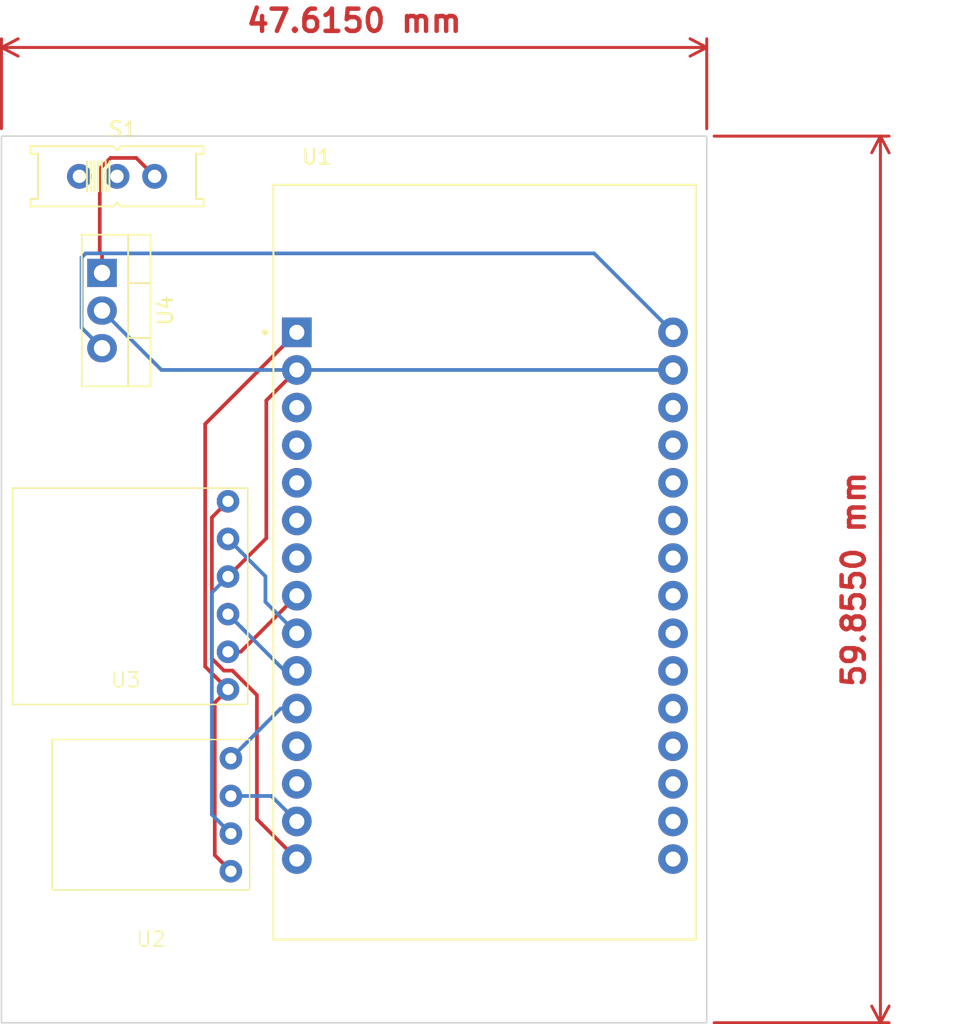
<source format=kicad_pcb>
(kicad_pcb (version 20221018) (generator pcbnew)
  (layers (0 "F.Cu" signal) (31 "B.Cu" signal) (34 "B.Paste" user) (35 "F.Paste" user) (36 "B.SilkS" user "B.Silkscreen") (37 "F.SilkS" user "F.Silkscreen") (38 "B.Mask" user) (39 "F.Mask" user) (44 "Edge.Cuts" user))
  (net 0 "")
  (net 1 "+3V3")
  (net 2 "GND")
  (net 5 "SPICS")
  (net 9 "SPIClk")
  (net 10 "SPIMiso")
  (net 11 "BMPSDA")
  (net 14 "BMPSCL")
  (net 15 "SPIMosi")
  (net 31 "Net-(U4-VI)")
  (net 32 "Net-(U1-VIN)")
  (footprint "componentes_altprd:MODULE_ESP32_DEVKIT_V1" (layer "F.Cu") (at 139.7 98.445)
    (fp_text reference "U1" (at -11.355 -27.36) (layer "F.SilkS"))
    (fp_text value "ESP32-DEVKIT-V1")
    (fp_line (start -14.28 -25.475) (end -3.211 -25.475) (stroke (width 0.127)) (layer "F.SilkS"))
    (fp_line (start -14.28 -25.475) (end 14.23 -25.475) (stroke (width 0.127)) (layer "F.SilkS"))
    (fp_line (start -14.28 25.475) (end -14.28 -25.475) (stroke (width 0.127)) (layer "F.SilkS"))
    (fp_line (start -14.28 25.475) (end -14.28 -25.475) (stroke (width 0.127)) (layer "F.SilkS"))
    (fp_line (start -14.28 25.475) (end -8.91 25.475) (stroke (width 0.127)) (layer "F.SilkS"))
    (fp_line (start -8.91 25.475) (end 8.78 25.475) (stroke (width 0.127)) (layer "F.SilkS"))
    (fp_line (start -3.211 -25.475) (end 3.5 -25.475) (stroke (width 0.127)) (layer "F.SilkS"))
    (fp_line (start 3.5 -25.475) (end 14.23 -25.475) (stroke (width 0.127)) (layer "F.SilkS"))
    (fp_line (start 8.78 25.475) (end 14.23 25.475) (stroke (width 0.127)) (layer "F.SilkS"))
    (fp_line (start 14.23 -25.475) (end 14.23 25.475) (stroke (width 0.127)) (layer "F.SilkS"))
    (fp_line (start 14.23 -25.475) (end 14.23 25.475) (stroke (width 0.127)) (layer "F.SilkS"))
    (fp_line (start 14.23 25.475) (end -14.28 25.475) (stroke (width 0.127)) (layer "F.SilkS"))
    (fp_circle (center -14.85 -15.515) (end -14.75 -15.515) (stroke (width 0.2)) (fill none) (layer "F.SilkS"))
    (pad "" np_thru_hole circle (at -12.28 -23.475) (size 3 3) (drill 3) (layers "*.Cu" "*.Mask"))
    (pad "" np_thru_hole circle (at -12.28 23.475) (size 3 3) (drill 3) (layers "*.Cu" "*.Mask"))
    (pad "" np_thru_hole circle (at 12.23 -23.475) (size 3 3) (drill 3) (layers "*.Cu" "*.Mask"))
    (pad "" np_thru_hole circle (at 12.23 23.475) (size 3 3) (drill 3) (layers "*.Cu" "*.Mask"))
    (pad "1" thru_hole rect (at -12.7 -15.515) (size 2 2) (drill 1.02) (layers "*.Cu" "*.Mask") (net 1 "+3V3"))
    (pad "2" thru_hole circle (at -12.7 -12.975) (size 2 2) (drill 1.02) (layers "*.Cu" "*.Mask") (net 2 "GND"))
    (pad "3" thru_hole circle (at -12.7 -10.435) (size 2 2) (drill 1.02) (layers "*.Cu" "*.Mask"))
    (pad "4" thru_hole circle (at -12.7 -7.895) (size 2 2) (drill 1.02) (layers "*.Cu" "*.Mask"))
    (pad "5" thru_hole circle (at -12.7 -5.355) (size 2 2) (drill 1.02) (layers "*.Cu" "*.Mask"))
    (pad "6" thru_hole circle (at -12.7 -2.815) (size 2 2) (drill 1.02) (layers "*.Cu" "*.Mask"))
    (pad "7" thru_hole circle (at -12.7 -0.275) (size 2 2) (drill 1.02) (layers "*.Cu" "*.Mask"))
    (pad "8" thru_hole circle (at -12.7 2.265) (size 2 2) (drill 1.02) (layers "*.Cu" "*.Mask") (net 5 "SPICS"))
    (pad "9" thru_hole circle (at -12.7 4.805) (size 2 2) (drill 1.02) (layers "*.Cu" "*.Mask") (net 9 "SPIClk"))
    (pad "10" thru_hole circle (at -12.7 7.345) (size 2 2) (drill 1.02) (layers "*.Cu" "*.Mask") (net 10 "SPIMiso"))
    (pad "11" thru_hole circle (at -12.7 9.885) (size 2 2) (drill 1.02) (layers "*.Cu" "*.Mask") (net 11 "BMPSDA"))
    (pad "12" thru_hole circle (at -12.7 12.425) (size 2 2) (drill 1.02) (layers "*.Cu" "*.Mask"))
    (pad "13" thru_hole circle (at -12.7 14.965) (size 2 2) (drill 1.02) (layers "*.Cu" "*.Mask"))
    (pad "14" thru_hole circle (at -12.7 17.505) (size 2 2) (drill 1.02) (layers "*.Cu" "*.Mask") (net 14 "BMPSCL"))
    (pad "15" thru_hole circle (at -12.7 20.045) (size 2 2) (drill 1.02) (layers "*.Cu" "*.Mask") (net 15 "SPIMosi"))
    (pad "16" thru_hole circle (at 12.7 20.045) (size 2 2) (drill 1.02) (layers "*.Cu" "*.Mask"))
    (pad "17" thru_hole circle (at 12.7 17.505) (size 2 2) (drill 1.02) (layers "*.Cu" "*.Mask"))
    (pad "18" thru_hole circle (at 12.7 14.965) (size 2 2) (drill 1.02) (layers "*.Cu" "*.Mask"))
    (pad "19" thru_hole circle (at 12.7 12.425) (size 2 2) (drill 1.02) (layers "*.Cu" "*.Mask"))
    (pad "20" thru_hole circle (at 12.7 9.885) (size 2 2) (drill 1.02) (layers "*.Cu" "*.Mask"))
    (pad "21" thru_hole circle (at 12.7 7.345) (size 2 2) (drill 1.02) (layers "*.Cu" "*.Mask"))
    (pad "22" thru_hole circle (at 12.7 4.805) (size 2 2) (drill 1.02) (layers "*.Cu" "*.Mask"))
    (pad "23" thru_hole circle (at 12.7 2.265) (size 2 2) (drill 1.02) (layers "*.Cu" "*.Mask"))
    (pad "24" thru_hole circle (at 12.7 -0.275) (size 2 2) (drill 1.02) (layers "*.Cu" "*.Mask"))
    (pad "25" thru_hole circle (at 12.7 -2.815) (size 2 2) (drill 1.02) (layers "*.Cu" "*.Mask"))
    (pad "26" thru_hole circle (at 12.7 -5.355) (size 2 2) (drill 1.02) (layers "*.Cu" "*.Mask"))
    (pad "27" thru_hole circle (at 12.7 -7.895) (size 2 2) (drill 1.02) (layers "*.Cu" "*.Mask"))
    (pad "28" thru_hole circle (at 12.7 -10.435) (size 2 2) (drill 1.02) (layers "*.Cu" "*.Mask"))
    (pad "29" thru_hole circle (at 12.7 -12.975) (size 2 2) (drill 1.02) (layers "*.Cu" "*.Mask") (net 2 "GND"))
    (pad "30" thru_hole circle (at 12.7 -15.515) (size 2 2) (drill 1.02) (layers "*.Cu" "*.Mask") (net 32 "Net-(U1-VIN)"))
  )
  (footprint "componentes_altprd:W25Q32" (layer "F.Cu") (at 115.4325 101.0675 180)
    (fp_text reference "U3" (at -0.0175 -5.3325 unlocked) (layer "F.SilkS") (effects (font (thickness 0.1))))
    (fp_text value "W25Q32")
    (fp_rect (start -8.255 -6.985) (end 7.62 7.62) (stroke (width 0.1)) (fill none) (layer "F.SilkS"))
    (pad "1" thru_hole circle (at -6.9215 -5.969 180) (size 1.524 1.524) (drill 0.762) (layers "*.Cu" "*.Mask") (net 1 "+3V3"))
    (pad "2" thru_hole circle (at -6.9215 -3.429 180) (size 1.524 1.524) (drill 0.762) (layers "*.Cu" "*.Mask") (net 5 "SPICS"))
    (pad "3" thru_hole circle (at -6.9215 -0.889 180) (size 1.524 1.524) (drill 0.762) (layers "*.Cu" "*.Mask") (net 10 "SPIMiso"))
    (pad "4" thru_hole circle (at -6.9215 1.651 180) (size 1.524 1.524) (drill 0.762) (layers "*.Cu" "*.Mask") (net 2 "GND"))
    (pad "5" thru_hole circle (at -6.9215 4.191 180) (size 1.524 1.524) (drill 0.762) (layers "*.Cu" "*.Mask") (net 9 "SPIClk"))
    (pad "6" thru_hole circle (at -6.9215 6.731 180) (size 1.524 1.524) (drill 0.762) (layers "*.Cu" "*.Mask") (net 15 "SPIMosi"))
  )
  (footprint "componentes_altprd:EG1218" (layer "F.Cu") (at 114.86 72.4)
    (fp_text reference "S1" (at 0.381 -3.175) (layer "F.SilkS"))
    (fp_text value "EG1218")
    (fp_line (start -5.842 -2.032) (end -0.254 -2.032) (stroke (width 0.127)) (layer "F.SilkS"))
    (fp_line (start -5.842 -1.524) (end -5.842 -2.032) (stroke (width 0.127)) (layer "F.SilkS"))
    (fp_line (start -5.842 1.524) (end -5.334 1.524) (stroke (width 0.127)) (layer "F.SilkS"))
    (fp_line (start -5.842 2.032) (end -5.842 1.524) (stroke (width 0.127)) (layer "F.SilkS"))
    (fp_line (start -5.334 -1.524) (end -5.842 -1.524) (stroke (width 0.127)) (layer "F.SilkS"))
    (fp_line (start -5.334 1.524) (end -5.334 -1.524) (stroke (width 0.127)) (layer "F.SilkS"))
    (fp_line (start -2.032 -1.016) (end -2.032 1.016) (stroke (width 0.127)) (layer "F.SilkS"))
    (fp_line (start -1.778 1.016) (end -1.778 -1.016) (stroke (width 0.127)) (layer "F.SilkS"))
    (fp_line (start -1.524 -1.016) (end -1.524 1.016) (stroke (width 0.127)) (layer "F.SilkS"))
    (fp_line (start -1.27 1.016) (end -1.27 -1.016) (stroke (width 0.127)) (layer "F.SilkS"))
    (fp_line (start -1.016 -1.016) (end -1.016 1.016) (stroke (width 0.127)) (layer "F.SilkS"))
    (fp_line (start -0.762 1.016) (end -0.762 -1.016) (stroke (width 0.127)) (layer "F.SilkS"))
    (fp_line (start -0.508 -1.016) (end -0.508 1.016) (stroke (width 0.127)) (layer "F.SilkS"))
    (fp_line (start -0.254 -2.032) (end 0 -1.778) (stroke (width 0.127)) (layer "F.SilkS"))
    (fp_line (start -0.254 2.032) (end -5.842 2.032) (stroke (width 0.127)) (layer "F.SilkS"))
    (fp_line (start 0 -1.778) (end 0.254 -2.032) (stroke (width 0.127)) (layer "F.SilkS"))
    (fp_line (start 0 1.778) (end -0.254 2.032) (stroke (width 0.127)) (layer "F.SilkS"))
    (fp_line (start 0.254 -2.032) (end 5.842 -2.032) (stroke (width 0.127)) (layer "F.SilkS"))
    (fp_line (start 0.254 2.032) (end 0 1.778) (stroke (width 0.127)) (layer "F.SilkS"))
    (fp_line (start 5.334 -1.524) (end 5.334 1.524) (stroke (width 0.127)) (layer "F.SilkS"))
    (fp_line (start 5.334 1.524) (end 5.842 1.524) (stroke (width 0.127)) (layer "F.SilkS"))
    (fp_line (start 5.842 -2.032) (end 5.842 -1.524) (stroke (width 0.127)) (layer "F.SilkS"))
    (fp_line (start 5.842 -1.524) (end 5.334 -1.524) (stroke (width 0.127)) (layer "F.SilkS"))
    (fp_line (start 5.842 1.524) (end 5.842 2.032) (stroke (width 0.127)) (layer "F.SilkS"))
    (fp_line (start 5.842 2.032) (end 0.254 2.032) (stroke (width 0.127)) (layer "F.SilkS"))
    (pad "O" thru_hole circle (at -2.54 0) (size 1.6764 1.6764) (drill 0.9) (layers "*.Cu" "*.Mask"))
    (pad "P" thru_hole circle (at 0 0) (size 1.6764 1.6764) (drill 0.9) (layers "*.Cu" "*.Mask"))
    (pad "S" thru_hole circle (at 2.54 0) (size 1.6764 1.6764) (drill 0.9) (layers "*.Cu" "*.Mask") (net 31 "Net-(U4-VI)"))
  )
  (footprint "Package_TO_SOT_THT:TO-220-3_Vertical" (layer "F.Cu") (at 113.85 78.92 -90)
    (fp_text reference "U4" (at 2.54 -4.27 90) (layer "F.SilkS"))
    (fp_text value "LM7805_TO220")
    (fp_line (start -2.58 -3.27) (end -2.58 1.371) (stroke (width 0.12)) (layer "F.SilkS"))
    (fp_line (start -2.58 -3.27) (end 7.66 -3.27) (stroke (width 0.12)) (layer "F.SilkS"))
    (fp_line (start -2.58 -1.76) (end 7.66 -1.76) (stroke (width 0.12)) (layer "F.SilkS"))
    (fp_line (start -2.58 1.371) (end 7.66 1.371) (stroke (width 0.12)) (layer "F.SilkS"))
    (fp_line (start 0.69 -3.27) (end 0.69 -1.76) (stroke (width 0.12)) (layer "F.SilkS"))
    (fp_line (start 4.391 -3.27) (end 4.391 -1.76) (stroke (width 0.12)) (layer "F.SilkS"))
    (fp_line (start 7.66 -3.27) (end 7.66 1.371) (stroke (width 0.12)) (layer "F.SilkS"))
    (pad "1" thru_hole rect (at 0 0 270) (size 1.905 2) (drill 1.1) (layers "*.Cu" "*.Mask") (net 31 "Net-(U4-VI)"))
    (pad "2" thru_hole oval (at 2.54 0 270) (size 1.905 2) (drill 1.1) (layers "*.Cu" "*.Mask") (net 2 "GND"))
    (pad "3" thru_hole oval (at 5.08 0 270) (size 1.905 2) (drill 1.1) (layers "*.Cu" "*.Mask") (net 32 "Net-(U1-VIN)"))
  )
  (footprint "componentes_altprd:BMP180" (layer "F.Cu") (at 118.1025 114.23 180)
    (fp_text reference "U2" (at 0.9525 -9.67 unlocked) (layer "F.SilkS") (effects (font (thickness 0.1))))
    (fp_text value "BMP180")
    (fp_rect (start -5.715 -6.35) (end 7.62 3.81) (stroke (width 0.1)) (fill none) (layer "F.SilkS"))
    (pad "1" thru_hole circle (at -4.445 -5.08 180) (size 1.524 1.524) (drill 0.762) (layers "*.Cu" "*.Mask") (net 1 "+3V3"))
    (pad "2" thru_hole circle (at -4.445 -2.54 180) (size 1.524 1.524) (drill 0.762) (layers "*.Cu" "*.Mask") (net 2 "GND"))
    (pad "3" thru_hole circle (at -4.445 0 180) (size 1.524 1.524) (drill 0.762) (layers "*.Cu" "*.Mask") (net 14 "BMPSCL"))
    (pad "4" thru_hole circle (at -4.445 2.54 180) (size 1.524 1.524) (drill 0.762) (layers "*.Cu" "*.Mask") (net 11 "BMPSDA"))
  )
  (gr_rect (start 107.06 69.685) (end 154.675 129.54) (stroke (width 0.1)) (fill none) (layer "Edge.Cuts"))
  (dimension (type aligned) (layer "F.Cu") (pts (xy 154.675 69.685) (xy 154.675 129.54)) (height -11.725) (gr_text "59,8550 mm" (at 164.6 99.6125 90) (layer "F.Cu") (effects (font (size 1.5 1.5) (thickness 0.3)))) (format (prefix "") (suffix "") (units 3) (units_format 1) (precision 4)) (style (thickness 0.2) (arrow_length 1.27) (text_position_mode 0) (extension_height 0.58642) (extension_offset 0.5) keep_text_aligned))
  (dimension (type aligned) (layer "F.Cu") (pts (xy 107.06 69.685) (xy 154.675 69.685)) (height -5.985) (gr_text "47,6150 mm" (at 130.8675 61.9) (layer "F.Cu") (effects (font (size 1.5 1.5) (thickness 0.3)))) (format (prefix "") (suffix "") (units 3) (units_format 1) (precision 4)) (style (thickness 0.2) (arrow_length 1.27) (text_position_mode 0) (extension_height 0.58642) (extension_offset 0.5) keep_text_aligned))
  (segment (start 122.354 107.0365) (end 122.354 107.036) (width 0.25) (layer "F.Cu") (net 1))
  (segment (start 121.46 107.93) (end 121.46 118.223) (width 0.25) (layer "F.Cu") (net 1))
  (segment (start 122.5477 119.3098) (end 122.548 119.31) (width 0.25) (layer "F.Cu") (net 1))
  (segment (start 127 82.93) (end 120.812 89.1178) (width 0.25) (layer "F.Cu") (net 1))
  (segment (start 122.354 107.036) (end 121.46 107.93) (width 0.25) (layer "F.Cu") (net 1))
  (segment (start 120.812 89.1178) (end 120.812 105.495) (width 0.25) (layer "F.Cu") (net 1))
  (segment (start 120.812 105.495) (end 122.354 107.036) (width 0.25) (layer "F.Cu") (net 1))
  (segment (start 121.46 118.223) (end 122.5477 119.3098) (width 0.25) (layer "F.Cu") (net 1))
  (segment (start 122.5475 119.31) (end 122.5477 119.3098) (width 0.25) (layer "F.Cu") (net 1))
  (segment (start 124.941 87.5287) (end 127 85.47) (width 0.25) (layer "F.Cu") (net 2))
  (segment (start 122.354 99.4165) (end 124.941 96.8292) (width 0.25) (layer "F.Cu") (net 2))
  (segment (start 124.941 96.8292) (end 124.941 87.5287) (width 0.25) (layer "F.Cu") (net 2))
  (segment (start 121.264 115.487) (end 121.585 115.808) (width 0.25) (layer "B.Cu") (net 2))
  (segment (start 117.86 85.47) (end 113.85 81.46) (width 0.25) (layer "B.Cu") (net 2))
  (segment (start 121.585 115.808) (end 122.066 116.289) (width 0.25) (layer "B.Cu") (net 2))
  (segment (start 127 85.47) (end 117.86 85.47) (width 0.25) (layer "B.Cu") (net 2))
  (segment (start 121.585 115.808) (end 121.906 116.128) (width 0.25) (layer "B.Cu") (net 2))
  (segment (start 122.354 99.4165) (end 121.264 100.506) (width 0.25) (layer "B.Cu") (net 2))
  (segment (start 152.4 85.47) (end 127 85.47) (width 0.25) (layer "B.Cu") (net 2))
  (segment (start 121.264 100.506) (end 121.264 115.487) (width 0.25) (layer "B.Cu") (net 2))
  (segment (start 122.354 104.496) (end 122.3545 104.496) (width 0.25) (layer "F.Cu") (net 5))
  (segment (start 122.3545 104.496) (end 122.354 104.4965) (width 0.25) (layer "F.Cu") (net 5))
  (segment (start 122.3545 104.496) (end 123.214 104.496) (width 0.25) (layer "F.Cu") (net 5))
  (segment (start 123.214 104.496) (end 127 100.71) (width 0.25) (layer "F.Cu") (net 5))
  (segment (start 124.88 101.13) (end 127 103.25) (width 0.25) (layer "B.Cu") (net 9))
  (segment (start 122.354 96.8765) (end 124.88 99.4027) (width 0.25) (layer "B.Cu") (net 9))
  (segment (start 124.88 99.4027) (end 124.88 101.13) (width 0.25) (layer "B.Cu") (net 9))
  (segment (start 123.613 103.215) (end 123.612 103.215) (width 0.25) (layer "B.Cu") (net 10))
  (segment (start 126.188 105.79) (end 123.613 103.215) (width 0.25) (layer "B.Cu") (net 10))
  (segment (start 122.983 102.586) (end 122.354 101.957) (width 0.25) (layer "B.Cu") (net 10))
  (segment (start 123.613 103.215) (end 123.193 102.795) (width 0.25) (layer "B.Cu") (net 10))
  (segment (start 123.612 103.215) (end 122.983 102.586) (width 0.25) (layer "B.Cu") (net 10))
  (segment (start 127 105.79) (end 126.188 105.79) (width 0.25) (layer "B.Cu") (net 10))
  (segment (start 122.354 101.957) (end 122.354 101.9565) (width 0.25) (layer "B.Cu") (net 10))
  (segment (start 127 108.33) (end 125.908 108.33) (width 0.25) (layer "B.Cu") (net 11))
  (segment (start 124.224 110.014) (end 123.805 110.433) (width 0.25) (layer "B.Cu") (net 11))
  (segment (start 123.805 110.433) (end 123.386 110.852) (width 0.25) (layer "B.Cu") (net 11))
  (segment (start 125.062 109.176) (end 124.224 110.014) (width 0.25) (layer "B.Cu") (net 11))
  (segment (start 125.908 108.33) (end 125.062 109.176) (width 0.25) (layer "B.Cu") (net 11))
  (segment (start 123.805 110.433) (end 123.8045 110.433) (width 0.25) (layer "B.Cu") (net 11))
  (segment (start 125.062 109.176) (end 124.224 110.014) (width 0.25) (layer "B.Cu") (net 11))
  (segment (start 123.8045 110.433) (end 122.5475 111.69) (width 0.25) (layer "B.Cu") (net 11))
  (segment (start 122.548 114.23) (end 125.28 114.23) (width 0.25) (layer "B.Cu") (net 14))
  (segment (start 122.548 114.23) (end 122.5475 114.23) (width 0.25) (layer "B.Cu") (net 14))
  (segment (start 125.28 114.23) (end 127 115.95) (width 0.25) (layer "B.Cu") (net 14))
  (segment (start 127 118.49) (end 124.306 115.796) (width 0.25) (layer "F.Cu") (net 15))
  (segment (start 121.264 104.954) (end 121.264 95.4261) (width 0.25) (layer "F.Cu") (net 15))
  (segment (start 124.306 115.796) (end 124.306 107.42) (width 0.25) (layer "F.Cu") (net 15))
  (segment (start 124.306 107.42) (end 122.652 105.766) (width 0.25) (layer "F.Cu") (net 15))
  (segment (start 122.077 105.766) (end 121.264 104.954) (width 0.25) (layer "F.Cu") (net 15))
  (segment (start 121.264 95.4261) (end 122.354 94.3365) (width 0.25) (layer "F.Cu") (net 15))
  (segment (start 122.652 105.766) (end 122.077 105.766) (width 0.25) (layer "F.Cu") (net 15))
  (segment (start 114.4216 71.1574) (end 116.1574 71.1574) (width 0.25) (layer "F.Cu") (net 31))
  (segment (start 113.85 77.6424) (end 113.6956 77.488) (width 0.25) (layer "F.Cu") (net 31))
  (segment (start 116.1574 71.1574) (end 117.4 72.4) (width 0.25) (layer "F.Cu") (net 31))
  (segment (start 113.6956 71.8834) (end 114.4216 71.1574) (width 0.25) (layer "F.Cu") (net 31))
  (segment (start 113.85 78.92) (end 113.85 77.6424) (width 0.25) (layer "F.Cu") (net 31))
  (segment (start 113.6956 77.488) (end 113.6956 71.8834) (width 0.25) (layer "F.Cu") (net 31))
  (segment (start 112.4663 82.6163) (end 112.4663 77.8769) (width 0.25) (layer "B.Cu") (net 32))
  (segment (start 112.7429 77.6003) (end 147.0703 77.6003) (width 0.25) (layer "B.Cu") (net 32))
  (segment (start 147.0703 77.6003) (end 152.4 82.93) (width 0.25) (layer "B.Cu") (net 32))
  (segment (start 113.85 84) (end 112.4663 82.6163) (width 0.25) (layer "B.Cu") (net 32))
  (segment (start 112.4663 77.8769) (end 112.7429 77.6003) (width 0.25) (layer "B.Cu") (net 32))
)
</source>
